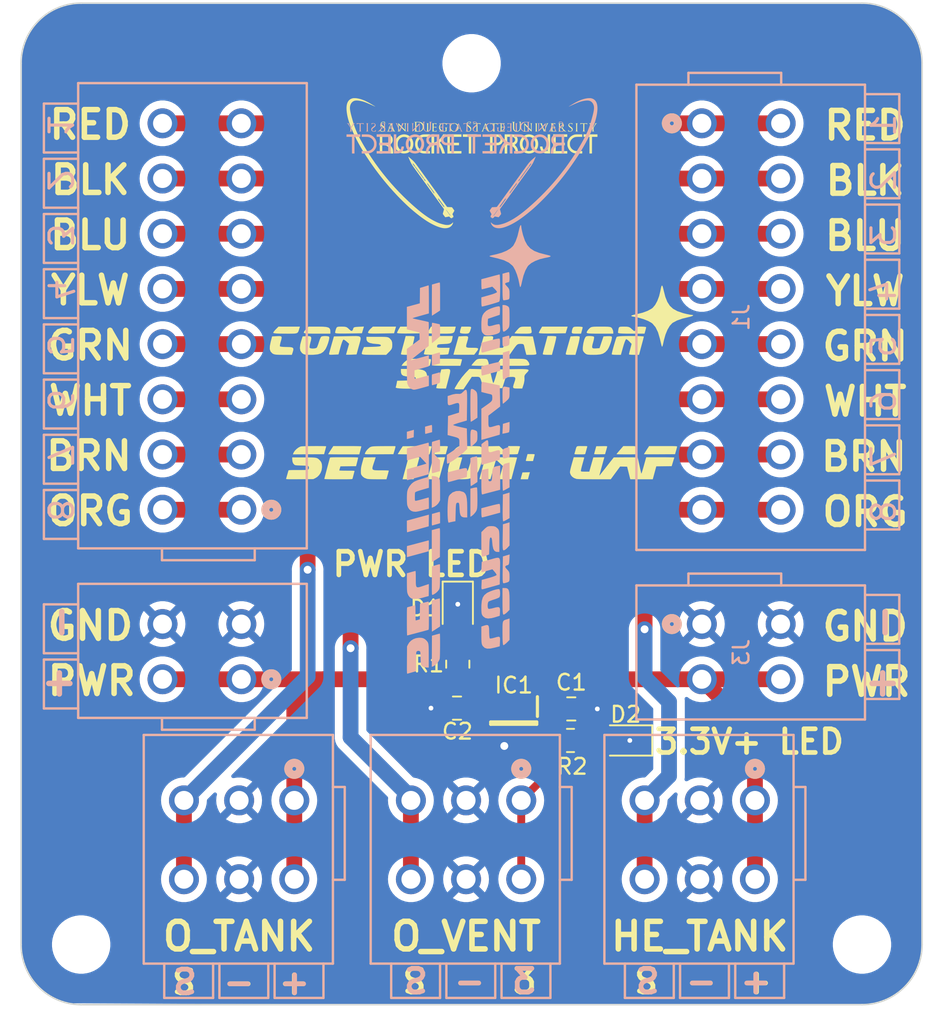
<source format=kicad_pcb>
(kicad_pcb (version 20240108) (generator "pcbnew") (generator_version "8.0")
  (layers (0 "F.Cu" signal) (31 "B.Cu" power) (34 "B.Paste" user) (35 "F.Paste" user) (36 "B.SilkS" user "B.Silkscreen") (37 "F.SilkS" user "F.Silkscreen") (38 "B.Mask" user) (39 "F.Mask" user) (44 "Edge.Cuts" user))
  (net 0 "")
  (net 1 "+3.3V")
  (net 2 "GND")
  (net 3 "VBUS")
  (net 4 "Net-(D1-A)")
  (net 5 "Net-(D2-A)")
  (net 6 "MOV")
  (net 7 "ENG_CHAMBER")
  (net 8 "MFV")
  (net 9 "O_VENT")
  (net 10 "F_TANK")
  (net 11 "HE_TANK")
  (net 12 "F_VENT")
  (net 13 "O_TANK")
  (net 14 "unconnected-(J2-2_1-Pad3)")
  (net 15 "unconnected-(J2-3_1-Pad5)")
  (net 16 "unconnected-(J2-1_1-Pad1)")
  (footprint "MountingHole:MountingHole_3.2mm_M3" (layer "F.Cu") (at 78.74 85.09)
    (property "Reference" "H2" (hide yes))
    (property "Value" "MountingHole")
    (pad "" np_thru_hole circle (at 0 0) (size 3.2 3.2) (drill 3.2) (layers "*.Cu" "*.Mask"))
  )
  (footprint "Resistor_SMD:R_0805_2012Metric" (layer "F.Cu") (at 53.1 67.3125 90)
    (property "Reference" "R1" (at 0 -1.85 0) (layer "F.SilkS"))
    (property "Value" "470")
    (pad "1" smd roundrect (at -0.9125 0 90) (size 1.025 1.4) (layers "F.Cu" "F.Paste" "F.Mask") (roundrect_rratio 0.243902) (net 3 "VBUS"))
    (pad "2" smd roundrect (at 0.9125 0 90) (size 1.025 1.4) (layers "F.Cu" "F.Paste" "F.Mask") (roundrect_rratio 0.243902) (net 4 "Net-(D1-A)"))
  )
  (footprint "SDSU RP:RP_Logo" (layer "F.Cu") (at 54 35.55)
    (property "Reference" "G***" (hide yes))
    (property "Value" "LOGO" (hide yes))
  )
  (footprint "TLV76033DBZR:SOT95P237X112-3N" (layer "F.Cu") (at 56.65 71.05 -90)
    (property "Reference" "IC1" (at -2.4 0 0) (layer "F.SilkS"))
    (property "Value" "TLV76033DBZR" (hide yes))
    (pad "1" smd rect (at -1.050001 -0.95) (size 0.6 1.25) (layers "F.Cu" "F.Paste" "F.Mask") (net 1 "+3.3V"))
    (pad "2" smd rect (at -1.050001 0.95) (size 0.6 1.25) (layers "F.Cu" "F.Paste" "F.Mask") (net 3 "VBUS"))
    (pad "3" smd rect (at 1.05 0) (size 0.6 1.25) (layers "F.Cu" "F.Paste" "F.Mask") (net 2 "GND"))
  )
  (footprint "Capacitor_SMD:C_0805_2012Metric" (layer "F.Cu") (at 53.05 70.1 180)
    (property "Reference" "C2" (at -0.025 -1.475 0) (layer "F.SilkS"))
    (property "Value" "0.1uF")
    (pad "1" smd roundrect (at -0.949999 0 180) (size 1 1.45) (layers "F.Cu" "F.Paste" "F.Mask") (net 3 "VBUS"))
    (pad "2" smd roundrect (at 0.949999 0 180) (size 1 1.45) (layers "F.Cu" "F.Paste" "F.Mask") (net 2 "GND"))
  )
  (footprint "MountingHole:MountingHole_3.2mm_M3" (layer "F.Cu") (at 29.21 85.09)
    (property "Reference" "H1" (hide yes))
    (property "Value" "MountingHole")
    (pad "" np_thru_hole circle (at 0 0) (size 3.2 3.2) (drill 3.2) (layers "*.Cu" "*.Mask"))
  )
  (footprint "Resistor_SMD:R_0805_2012Metric" (layer "F.Cu") (at 60.249998 72.15)
    (property "Reference" "R2" (at 0.100002 1.65 0) (layer "F.SilkS"))
    (property "Value" "75")
    (pad "1" smd roundrect (at -0.9125 0) (size 1.025 1.4) (layers "F.Cu" "F.Paste" "F.Mask") (roundrect_rratio 0.243902) (net 1 "+3.3V"))
    (pad "2" smd roundrect (at 0.9125 0) (size 1.025 1.4) (layers "F.Cu" "F.Paste" "F.Mask") (roundrect_rratio 0.243902) (net 5 "Net-(D2-A)"))
  )
  (footprint "LED_SMD:LED_0805_2012Metric" (layer "F.Cu") (at 53.1 63.7625 -90)
    (property "Reference" "D1" (at 0 2.05 0) (layer "F.SilkS"))
    (property "Value" "GREEN")
    (pad "1" smd roundrect (at -0.937501 0 270) (size 0.975 1.4) (layers "F.Cu" "F.Paste" "F.Mask") (net 2 "GND"))
    (pad "2" smd roundrect (at 0.937501 0 270) (size 0.975 1.4) (layers "F.Cu" "F.Paste" "F.Mask") (net 4 "Net-(D1-A)"))
  )
  (footprint "LOGO" (layer "F.Cu") (at 54.810222 46.307107)
    (property "Reference" "G***" (hide yes))
    (property "Value" "LOGO" (hide yes))
  )
  (footprint "LED_SMD:LED_0805_2012Metric" (layer "F.Cu") (at 63.749999 72.15 180)
    (property "Reference" "D2" (at 0 1.65 180) (layer "F.SilkS"))
    (property "Value" "RED")
    (pad "1" smd roundrect (at -0.937501 0 180) (size 0.975 1.4) (layers "F.Cu" "F.Paste" "F.Mask") (net 2 "GND"))
    (pad "2" smd roundrect (at 0.937501 0 180) (size 0.975 1.4) (layers "F.Cu" "F.Paste" "F.Mask") (net 5 "Net-(D2-A)"))
  )
  (footprint "Capacitor_SMD:C_0805_2012Metric" (layer "F.Cu") (at 60.299999 70.15)
    (property "Reference" "C1" (at 0 -1.679999 0) (layer "F.SilkS"))
    (property "Value" "0.1uF")
    (pad "1" smd roundrect (at -0.949999 0) (size 1 1.45) (layers "F.Cu" "F.Paste" "F.Mask") (net 1 "+3.3V"))
    (pad "2" smd roundrect (at 0.949999 0) (size 1 1.45) (layers "F.Cu" "F.Paste" "F.Mask") (net 2 "GND"))
  )
  (footprint "MountingHole:MountingHole_3.2mm_M3" (layer "F.Cu") (at 53.975 29.21)
    (property "Reference" "H3" (hide yes))
    (property "Value" "MountingHole")
    (pad "" np_thru_hole circle (at 0 0) (size 3.2 3.2) (drill 3.2) (layers "*.Cu" "*.Mask"))
  )
  (footprint "LOGO" (layer "F.Cu") (at 54.597414 54.557178)
    (property "Reference" "G***" (hide yes))
    (property "Value" "LOGO" (hide yes))
  )
  (footprint "Wago_2601_1102:CONN2_2601-1102_WAG" (layer "B.Cu") (at 68.58 64.77 -90)
    (property "Reference" "J3" (at 1.8 -2.5 90) (layer "B.SilkS") (effects (justify mirror)))
    (property "Value" "PWR IN")
    (pad "1" thru_hole circle (at 0 0 270) (size 1.9 1.9) (drill 1.2) (layers "*.Cu" "*.Mask") (net 2 "GND"))
    (pad "2" thru_hole circle (at 0 -5 270) (size 1.9 1.9) (drill 1.2) (layers "*.Cu" "*.Mask") (net 2 "GND"))
    (pad "3" thru_hole circle (at 3.5 0 270) (size 1.9 1.9) (drill 1.2) (layers "*.Cu" "*.Mask") (net 3 "VBUS"))
    (pad "4" thru_hole circle (at 3.5 -5 270) (size 1.9 1.9) (drill 1.2) (layers "*.Cu" "*.Mask") (net 3 "VBUS"))
  )
  (footprint "Wago_2601_1103:CONN3_2601-1103_WAG" (layer "B.Cu") (at 71.95 75.95 180)
    (property "Reference" "J7" (hide yes))
    (property "Value" "PT_2")
    (pad "1" thru_hole circle (at 0 0 180) (size 1.9 1.9) (drill 1.2) (layers "*.Cu" "*.Mask") (net 3 "VBUS"))
    (pad "2" thru_hole circle (at 0 -5 180) (size 1.9 1.9) (drill 1.2) (layers "*.Cu" "*.Mask") (net 3 "VBUS"))
    (pad "3" thru_hole circle (at 3.5 0 180) (size 1.9 1.9) (drill 1.2) (layers "*.Cu" "*.Mask") (net 2 "GND"))
    (pad "4" thru_hole circle (at 3.5 -5 180) (size 1.9 1.9) (drill 1.2) (layers "*.Cu" "*.Mask") (net 2 "GND"))
    (pad "5" thru_hole circle (at 7.000001 0 180) (size 1.9 1.9) (drill 1.2) (layers "*.Cu" "*.Mask") (net 11 "HE_TANK"))
    (pad "6" thru_hole circle (at 7.000001 -5 180) (size 1.9 1.9) (drill 1.2) (layers "*.Cu" "*.Mask") (net 11 "HE_TANK"))
  )
  (footprint "Wago_2601_1108:CONN8_2601-1108_WAG" (layer "B.Cu") (at 39.37 57.520005 90)
    (property "Reference" "J2" (hide yes))
    (property "Value" "SIGNAL_OUT")
    (pad "1" thru_hole circle (at 0 0 90) (size 1.9 1.9) (drill 1.2) (layers "*.Cu" "*.Mask") (net 16 "unconnected-(J2-1_1-Pad1)"))
    (pad "2" thru_hole circle (at 0 -5 90) (size 1.9 1.9) (drill 1.2) (layers "*.Cu" "*.Mask") (net 16 "unconnected-(J2-1_1-Pad1)"))
    (pad "3" thru_hole circle (at 3.5 0 90) (size 1.9 1.9) (drill 1.2) (layers "*.Cu" "*.Mask") (net 14 "unconnected-(J2-2_1-Pad3)"))
    (pad "4" thru_hole circle (at 3.500001 -4.999999 90) (size 1.9 1.9) (drill 1.2) (layers "*.Cu" "*.Mask") (net 14 "unconnected-(J2-2_1-Pad3)"))
    (pad "5" thru_hole circle (at 7.000002 0 90) (size 1.9 1.9) (drill 1.2) (layers "*.Cu" "*.Mask") (net 15 "unconnected-(J2-3_1-Pad5)"))
    (pad "6" thru_hole circle (at 7.000002 -5 90) (size 1.9 1.9) (drill 1.2) (layers "*.Cu" "*.Mask") (net 15 "unconnected-(J2-3_1-Pad5)"))
    (pad "7" thru_hole circle (at 10.500003 0 90) (size 1.9 1.9) (drill 1.2) (layers "*.Cu" "*.Mask") (net 12 "F_VENT"))
    (pad "8" thru_hole circle (at 10.500003 -5 90) (size 1.9 1.9) (drill 1.2) (layers "*.Cu" "*.Mask") (net 12 "F_VENT"))
    (pad "9" thru_hole circle (at 14.000003 0 90) (size 1.9 1.9) (drill 1.2) (layers "*.Cu" "*.Mask") (net 10 "F_TANK"))
    (pad "10" thru_hole circle (at 14.000003 -5 90) (size 1.9 1.9) (drill 1.2) (layers "*.Cu" "*.Mask") (net 10 "F_TANK"))
    (pad "11" thru_hole circle (at 17.500003 0 90) (size 1.9 1.9) (drill 1.2) (layers "*.Cu" "*.Mask") (net 8 "MFV"))
    (pad "12" thru_hole circle (at 17.500003 -5 90) (size 1.9 1.9) (drill 1.2) (layers "*.Cu" "*.Mask") (net 8 "MFV"))
    (pad "13" thru_hole circle (at 21.000004 0 90) (size 1.9 1.9) (drill 1.2) (layers "*.Cu" "*.Mask") (net 6 "MOV"))
    (pad "14" thru_hole circle (at 21.000004 -5 90) (size 1.9 1.9) (drill 1.2) (layers "*.Cu" "*.Mask") (net 6 "MOV"))
    (pad "15" thru_hole circle (at 24.500005 0 90) (size 1.9 1.9) (drill 1.2) (layers "*.Cu" "*.Mask") (net 7 "ENG_CHAMBER"))
    (pad "16" thru_hole circle (at 24.500005 -5 90) (size 1.9 1.9) (drill 1.2) (layers "*.Cu" "*.Mask") (net 7 "ENG_CHAMBER"))
  )
  (footprint "Wago_2601_1102:CONN2_2601-1102_WAG" (layer "B.Cu") (at 39.37 68.27 90)
    (property "Reference" "J4" (hide yes))
    (property "Value" "PWR IN")
    (pad "1" thru_hole circle (at 0 0 90) (size 1.9 1.9) (drill 1.2) (layers "*.Cu" "*.Mask") (net 3 "VBUS"))
    (pad "2" thru_hole circle (at 0 -5 90) (size 1.9 1.9) (drill 1.2) (layers "*.Cu" "*.Mask") (net 3 "VBUS"))
    (pad "3" thru_hole circle (at 3.5 0 90) (size 1.9 1.9) (drill 1.2) (layers "*.Cu" "*.Mask") (net 2 "GND"))
    (pad "4" thru_hole circle (at 3.5 -5 90) (size 1.9 1.9) (drill 1.2) (layers "*.Cu" "*.Mask") (net 2 "GND"))
  )
  (footprint "Wago_2601_1103:CONN3_2601-1103_WAG" (layer "B.Cu") (at 42.729209 75.95 180)
    (property "Reference" "J6" (hide yes))
    (property "Value" "PT_1")
    (pad "1" thru_hole circle (at 0 0 180) (size 1.9 1.9) (drill 1.2) (layers "*.Cu" "*.Mask") (net 3 "VBUS"))
    (pad "2" thru_hole circle (at 0 -5 180) (size 1.9 1.9) (drill 1.2) (layers "*.Cu" "*.Mask") (net 3 "VBUS"))
    (pad "3" thru_hole circle (at 3.5 0 180) (size 1.9 1.9) (drill 1.2) (layers "*.Cu" "*.Mask") (net 2 "GND"))
    (pad "4" thru_hole circle (at 3.5 -5 180) (size 1.9 1.9) (drill 1.2) (layers "*.Cu" "*.Mask") (net 2 "GND"))
    (pad "5" thru_hole circle (at 7.000001 0 180) (size 1.9 1.9) (drill 1.2) (layers "*.Cu" "*.Mask") (net 13 "O_TANK"))
    (pad "6" thru_hole circle (at 7.000001 -5 180) (size 1.9 1.9) (drill 1.2) (layers "*.Cu" "*.Mask") (net 13 "O_TANK"))
  )
  (footprint "LOGO" (layer "B.Cu") (at 55.986016 52.691485 90)
    (property "Reference" "G***" (hide yes))
    (property "Value" "LOGO" (hide yes))
  )
  (footprint "Wago_2601_1103:CONN3_2601-1103_WAG" (layer "B.Cu") (at 57.125 75.95 180)
    (property "Reference" "J5" (hide yes))
    (property "Value" "HALL_1")
    (pad "1" thru_hole circle (at 0 0 180) (size 1.9 1.9) (drill 1.2) (layers "*.Cu" "*.Mask") (net 1 "+3.3V"))
    (pad "2" thru_hole circle (at 0 -5 180) (size 1.9 1.9) (drill 1.2) (layers "*.Cu" "*.Mask") (net 1 "+3.3V"))
    (pad "3" thru_hole circle (at 3.5 0 180) (size 1.9 1.9) (drill 1.2) (layers "*.Cu" "*.Mask") (net 2 "GND"))
    (pad "4" thru_hole circle (at 3.5 -5 180) (size 1.9 1.9) (drill 1.2) (layers "*.Cu" "*.Mask") (net 2 "GND"))
    (pad "5" thru_hole circle (at 7.000001 0 180) (size 1.9 1.9) (drill 1.2) (layers "*.Cu" "*.Mask") (net 9 "O_VENT"))
    (pad "6" thru_hole circle (at 7.000001 -5 180) (size 1.9 1.9) (drill 1.2) (layers "*.Cu" "*.Mask") (net 9 "O_VENT"))
  )
  (footprint "SDSU RP:RP_Logo" (layer "B.Cu") (at 54 35.55 180)
    (property "Reference" "G***" (hide yes))
    (property "Value" "LOGO" (hide yes))
  )
  (footprint "LOGO" (layer "B.Cu") (at 50.902822 55.527586 90)
    (property "Reference" "G***" (hide yes))
    (property "Value" "LOGO" (hide yes))
  )
  (footprint "Wago_2601_1108:CONN8_2601-1108_WAG" (layer "B.Cu") (at 68.58 33.02 -90)
    (property "Reference" "J1" (at 12.300001 -2.5 90) (layer "B.SilkS") (effects (justify mirror)))
    (property "Value" "SIGNAL_OUT")
    (pad "1" thru_hole circle (at 0 0 270) (size 1.9 1.9) (drill 1.2) (layers "*.Cu" "*.Mask") (net 7 "ENG_CHAMBER"))
    (pad "2" thru_hole circle (at 0 -5 270) (size 1.9 1.9) (drill 1.2) (layers "*.Cu" "*.Mask") (net 7 "ENG_CHAMBER"))
    (pad "3" thru_hole circle (at 3.5 0 270) (size 1.9 1.9) (drill 1.2) (layers "*.Cu" "*.Mask") (net 6 "MOV"))
    (pad "4" thru_hole circle (at 3.500001 -4.999999 270) (size 1.9 1.9) (drill 1.2) (layers "*.Cu" "*.Mask") (net 6 "MOV"))
    (pad "5" thru_hole circle (at 7.000002 0 270) (size 1.9 1.9) (drill 1.2) (layers "*.Cu" "*.Mask") (net 8 "MFV"))
    (pad "6" thru_hole circle (at 7.000002 -5 270) (size 1.9 1.9) (drill 1.2) (layers "*.Cu" "*.Mask") (net 8 "MFV"))
    (pad "7" thru_hole circle (at 10.500003 0 270) (size 1.9 1.9) (drill 1.2) (layers "*.Cu" "*.Mask") (net 10 "F_TANK"))
    (pad "8" thru_hole circle (at 10.500003 -5 270) (size 1.9 1.9) (drill 1.2) (layers "*.Cu" "*.Mask") (net 10 "F_TANK"))
    (pad "9" thru_hole circle (at 14.000003 0 270) (size 1.9 1.9) (drill 1.2) (layers "*.Cu" "*.Mask") (net 12 "F_VENT"))
    (pad "10" thru_hole circle (at 14.000003 -5 270) (size 1.9 1.9) (drill 1.2) (layers "*.Cu" "*.Mask") (net 12 "F_VENT"))
    (pad "11" thru_hole circle (at 17.500003 0 270) (size 1.9 1.9) (drill 1.2) (layers "*.Cu" "*.Mask") (net 13 "O_TANK"))
    (pad "12" thru_hole circle (at 17.500003 -5 270) (size 1.9 1.9) (drill 1.2) (layers "*.Cu" "*.Mask") (net 13 "O_TANK"))
    (pad "13" thru_hole circle (at 21.000004 0 270) (size 1.9 1.9) (drill 1.2) (layers "*.Cu" "*.Mask") (net 9 "O_VENT"))
    (pad "14" thru_hole circle (at 21.000004 -5 270) (size 1.9 1.9) (drill 1.2) (layers "*.Cu" "*.Mask") (net 9 "O_VENT"))
    (pad "15" thru_hole circle (at 24.500005 0 270) (size 1.9 1.9) (drill 1.2) (layers "*.Cu" "*.Mask") (net 11 "HE_TANK"))
    (pad "16" thru_hole circle (at 24.500005 -5 270) (size 1.9 1.9) (drill 1.2) (layers "*.Cu" "*.Mask") (net 11 "HE_TANK"))
  )
  (gr_line (start 25.4 85.09) (end 25.4 29.21) (stroke (width 0.1)) (layer "Edge.Cuts"))
  (gr_arc (start 29.21 88.9) (mid 26.515923 87.784077) (end 25.4 85.09) (stroke (width 0.1)) (layer "Edge.Cuts"))
  (gr_arc (start 82.55 85.09) (mid 81.434077 87.784077) (end 78.74 88.9) (stroke (width 0.1)) (layer "Edge.Cuts"))
  (gr_arc (start 25.4 29.21) (mid 26.515923 26.515923) (end 29.21 25.4) (stroke (width 0.1)) (layer "Edge.Cuts"))
  (gr_line (start 78.74 88.9) (end 29.21 88.9) (stroke (width 0.1)) (layer "Edge.Cuts"))
  (gr_line (start 82.55 29.21) (end 82.55 85.09) (stroke (width 0.1)) (layer "Edge.Cuts"))
  (gr_arc (start 78.74 25.4) (mid 81.434077 26.515923) (end 82.55 29.21) (stroke (width 0.1)) (layer "Edge.Cuts"))
  (gr_line (start 29.21 25.4) (end 78.74 25.4) (stroke (width 0.1)) (layer "Edge.Cuts"))
  (gr_text "3" (at 57.3 88.3 -0) (layer "B.SilkS") (effects (font (size 1.5 1.5) (thickness 0.3) (bold yes)) (justify bottom mirror)))
  (gr_text "1" (at 81 32.3 90) (layer "B.SilkS") (effects (font (size 1.5 1.5) (thickness 0.2)) (justify left bottom mirror)))
  (gr_text "7" (at 26.975 54.91071 -90) (layer "B.SilkS") (effects (font (size 1.5 1.5) (thickness 0.2)) (justify left bottom mirror)))
  (gr_text "5" (at 81 46.300004 90) (layer "B.SilkS") (effects (font (size 1.5 1.5) (thickness 0.2)) (justify left bottom mirror)))
  (gr_text "6" (at 26.975 51.421425 -90) (layer "B.SilkS") (effects (font (size 1.5 1.5) (thickness 0.2)) (justify left bottom mirror)))
  (gr_text "8" (at 26.975 58.4 -90) (layer "B.SilkS") (effects (font (size 1.5 1.5) (thickness 0.2)) (justify left bottom mirror)))
  (gr_text "+" (at 42.75 88.35 0) (layer "B.SilkS") (effects (font (size 1.5 1.5) (thickness 0.3) (bold yes)) (justify bottom mirror)))
  (gr_text "4" (at 26.975 44.442855 -90) (layer "B.SilkS") (effects (font (size 1.5 1.5) (thickness 0.2)) (justify left bottom mirror)))
  (gr_text "1" (at 26.975 33.975 -90) (layer "B.SilkS") (effects (font (size 1.5 1.5) (thickness 0.2)) (justify left bottom mirror)))
  (gr_text "S" (at 50.45 88.3 -0) (layer "B.SilkS") (effects (font (size 1.5 1.5) (thickness 0.3) (bold yes)) (justify bottom mirror)))
  (gr_text "-" (at 39.200001 88.35 -0) (layer "B.SilkS") (effects (font (size 1.5 1.5) (thickness 0.3) (bold yes)) (justify bottom mirror)))
  (gr_text "3" (at 26.975 40.95357 -90) (layer "B.SilkS") (effects (font (size 1.5 1.5) (thickness 0.2)) (justify left bottom mirror)))
  (gr_text "-" (at 28.879999 63.336667 90) (layer "B.SilkS") (effects (font (size 1.75 1.75) (thickness 0.35) (bold yes)) (justify left bottom mirror)))
  (gr_text "+" (at 71.999999 88.3 0) (layer "B.SilkS") (effects (font (size 1.5 1.5) (thickness 0.3) (bold yes)) (justify bottom mirror)))
  (gr_text "-" (at 53.850001 88.3 -0) (layer "B.SilkS") (effects (font (size 1.5 1.5) (thickness 0.3) (bold yes)) (justify bottom mirror)))
  (gr_text "+" (at 80.05 69.432 0) (layer "B.SilkS") (effects (font (size 1.75 1.75) (thickness 0.35) (bold yes)) (justify bottom mirror)))
  (gr_text "6" (at 81 49.800005 90) (layer "B.SilkS") (effects (font (size 1.5 1.5) (thickness 0.2)) (justify left bottom mirror)))
  (gr_text "5" (at 26.975 47.93214 -90) (layer "B.SilkS") (effects (font (size 1.5 1.5) (thickness 0.2)) (justify left bottom mirror)))
  (gr_text "8" (at 81 56.800005 90) (layer "B.SilkS") (effects (font (size 1.5 1.5) (thickness 0.2)) (justify left bottom mirror)))
  (gr_text "+" (at 27.825 69.432 0) (layer "B.SilkS") (effects (font (size 1.75 1.75) (thickness 0.35) (bold yes)) (justify bottom mirror)))
  (gr_text "-" (at 68.55 88.3 -0) (layer "B.SilkS") (effects (font (size 1.5 1.5) (thickness 0.3) (bold yes)) (justify bottom mirror)))
  (gr_text "3" (at 81 39.300005 90) (layer "B.SilkS") (effects (font (size 1.5 1.5) (thickness 0.2)) (justify left bottom mirror)))
  (gr_text "2" (at 26.975 37.464285 -90) (layer "B.SilkS") (effects (font (size 1.5 1.5) (thickness 0.2)) (justify left bottom mirror)))
  (gr_text "-" (at 81.104999 63.336667 90) (layer "B.SilkS") (effects (font (size 1.75 1.75) (thickness 0.35) (bold yes)) (justify left bottom mirror)))
  (gr_text "S" (at 65.149999 88.3 -0) (layer "B.SilkS") (effects (font (size 1.5 1.5) (thickness 0.3) (bold yes)) (justify bottom mirror)))
  (gr_text "4" (at 81 42.800005 90) (layer "B.SilkS") (effects (font (size 1.5 1.5) (thickness 0.2)) (justify left bottom mirror)))
  (gr_text "S" (at 35.8 88.35 -0) (layer "B.SilkS") (effects (font (size 1.5 1.5) (thickness 0.3) (bold yes)) (justify bottom mirror)))
  (gr_text "2" (at 81 35.800005 90) (layer "B.SilkS") (effects (font (size 1.5 1.5) (thickness 0.2)) (justify left bottom mirror)))
  (gr_text "7" (at 81 53.300005 90) (layer "B.SilkS") (effects (font (size 1.5 1.5) (thickness 0.2)) (justify left bottom mirror)))
  (gr_text "RED" (at 76.166667 34.182 0) (layer "F.SilkS") (effects (font (size 1.75 1.75) (thickness 0.35) (bold yes)) (justify left bottom)))
  (gr_text "3" (at 57.35 88.3 0) (layer "F.SilkS") (effects (font (size 1.5 1.5) (thickness 0.3) (bold yes)) (justify bottom)))
  (gr_text "YLW" (at 27.1 44.632 0) (layer "F.SilkS") (effects (font (size 1.75 1.75) (thickness 0.35) (bold yes)) (justify left bottom)))
  (gr_text "GRN" (at 26.891667 48.132 0) (layer "F.SilkS") (effects (font (size 1.75 1.75) (thickness 0.35) (bold yes)) (justify left bottom)))
  (gr_text "ORG" (at 26.891667 58.632005 0) (layer "F.SilkS") (effects (font (size 1.75 1.75) (thickness 0.35) (bold yes)) (justify left bottom)))
  (gr_text "BRN" (at 75.958333 55.182 0) (layer "F.SilkS") (effects (font (size 1.75 1.75) (thickness 0.35) (bold yes)) (justify left bottom)))
  (gr_text "BLK" (at 76.25 37.682 0) (layer "F.SilkS") (effects (font (size 1.75 1.75) (thickness 0.35) (bold yes)) (justify left bottom)))
  (gr_text "HE_TANK" (at 68.45 85.6 0) (layer "F.SilkS") (effects (font (size 1.75 1.75) (thickness 0.35) (bold yes)) (justify bottom)))
  (gr_text "+" (at 42.729209 88.35 0) (layer "F.SilkS") (effects (font (size 1.5 1.5) (thickness 0.3) (bold yes)) (justify bottom)))
  (gr_text "PWR LED" (at 45 61.85 0) (layer "F.SilkS") (effects (font (size 1.5 1.5) (thickness 0.3) (bold yes)) (justify left bottom)))
  (gr_text "S" (at 35.729208 88.35 0) (layer "F.SilkS") (effects (font (size 1.5 1.5) (thickness 0.3) (bold yes)) (justify bottom)))
  (gr_text "O_TANK" (at 39.229209 85.6 0) (layer "F.SilkS") (effects (font (size 1.75 1.75) (thickness 0.35) (bold yes)) (justify bottom)))
  (gr_text "-" (at 39.229209 88.35 0) (layer "F.SilkS") (effects (font (size 1.5 1.5) (thickness 0.3) (bold yes)) (justify bottom)))
  (gr_text "S" (at 65.049999 88.3 0) (layer "F.SilkS") (effects (font (size 1.5 1.5) (thickness 0.3) (bold yes)) (justify bottom)))
  (gr_text "BLU" (at 76.208333 41.182 0) (layer "F.SilkS") (effects (font (size 1.75 1.75) (thickness 0.35) (bold yes)) (justify left bottom)))
  (gr_text "PWR" (at 26.9 69.4 0) (layer "F.SilkS") (effects (font (size 1.75 1.75) (thickness 0.35) (bold yes)) (justify left bottom)))
  (gr_text "YLW" (at 76.25 44.682 0) (layer "F.SilkS") (effects (font (size 1.75 1.75) (thickness 0.35) (bold yes)) (justify left bottom)))
  (gr_text "PWR" (at 76.05 69.45 0) (layer "F.SilkS") (effects (font (size 1.75 1.75) (thickness 0.35) (bold yes)) (justify left bottom)))
  (gr_text "S" (at 50.349999 88.3 0) (layer "F.SilkS") (effects (font (size 1.5 1.5) (thickness 0.3) (bold yes)) (justify bottom)))
  (gr_text "ORG" (at 76.041667 58.682005 0) (layer "F.SilkS") (effects (font (size 1.75 1.75) (thickness 0.35) (bold yes)) (justify left bottom)))
  (gr_text "WHT" (at 26.975 51.632 0) (layer "F.SilkS") (effects (font (size 1.75 1.75) (thickness 0.35) (bold yes)) (justify left bottom)))
  (gr_text "RED" (at 27.016667 34.132 0) (layer "F.SilkS") (effects (font (size 1.75 1.75) (thickness 0.35) (bold yes)) (justify left bottom)))
  (gr_text "+" (at 72.05 88.3 0) (layer "F.SilkS") (effects (font (size 1.5 1.5) (thickness 0.3) (bold yes)) (justify bottom)))
  (gr_text "3.3V+ LED" (at 65.434998 73.11 0) (layer "F.SilkS") (effects (font (size 1.5 1.5) (thickness 0.3) (bold yes)) (justify left bottom)))
  (gr_text "-" (at 68.55 88.3 0) (layer "F.SilkS") (effects (font (size 1.5 1.5) (thickness 0.3) (bold yes)) (justify bottom)))
  (gr_text "-" (at 53.85 88.3 0) (layer "F.SilkS") (effects (font (size 1.5 1.5) (thickness 0.3) (bold yes)) (justify bottom)))
  (gr_text "O_VENT" (at 53.625 85.6 0) (layer "F.SilkS") (effects (font (size 1.75 1.75) (thickness 0.35) (bold yes)) (justify bottom)))
  (gr_text "BRN" (at 26.808333 55.132 0) (layer "F.SilkS") (effects (font (size 1.75 1.75) (thickness 0.35) (bold yes)) (justify left bottom)))
  (gr_text "GND" (at 26.9 65.9 0) (layer "F.SilkS") (effects (font (size 1.75 1.75) (thickness 0.35) (bold yes)) (justify left bottom)))
  (gr_text "GND" (at 76.05 65.95 0) (layer "F.SilkS") (effects (font (size 1.75 1.75) (thickness 0.35) (bold yes)) (justify left bottom)))
  (gr_text "BLK" (at 27.1 37.632 0) (layer "F.SilkS") (effects (font (size 1.75 1.75) (thickness 0.35) (bold yes)) (justify left bottom)))
  (gr_text "GRN" (at 76.041667 48.182 0) (layer "F.SilkS") (effects (font (size 1.75 1.75) (thickness 0.35) (bold yes)) (justify left bottom)))
  (gr_text "BLU" (at 27.058333 41.132 0) (layer "F.SilkS") (effects (font (size 1.75 1.75) (thickness 0.35) (bold yes)) (justify left bottom)))
  (gr_text "WHT" (at 76.125 51.682 0) (layer "F.SilkS") (effects (font (size 1.75 1.75) (thickness 0.35) (bold yes)) (justify left bottom)))
  (segment (start 59.199999 69.999999) (end 59.35 70.15) (width 0.5) (layer "F.Cu") (net 1))
  (segment (start 59.35 70.15) (end 59.35 72.137498) (width 0.5) (layer "F.Cu") (net 1))
  (segment (start 57.125 75.95) (end 57.125 80.95) (width 0.5) (layer "F.Cu") (net 1))
  (segment (start 59.35 72.137498) (end 59.337498 72.15) (width 0.5) (layer "F.Cu") (net 1))
  (segment (start 59.337498 72.15) (end 59.337498 73.737502) (width 0.5) (layer "F.Cu") (net 1))
  (segment (start 59.337498 73.737502) (end 57.125 75.95) (width 0.5) (layer "F.Cu") (net 1))
  (segment (start 57.6 69.999999) (end 59.199999 69.999999) (width 0.5) (layer "F.Cu") (net 1))
  (segment (start 64.687501 72.15) (end 64.012499 72.15) (width 0.5) (layer "F.Cu") (net 2))
  (segment (start 61.249998 70.15) (end 61.95 70.15) (width 0.5) (layer "F.Cu") (net 2))
  (segment (start 56.65 72.1) (end 56.45 72.1) (width 0.75) (layer "F.Cu") (net 2))
  (segment (start 52.100001 70.1) (end 51.4 70.1) (width 0.5) (layer "F.Cu") (net 2))
  (segment (start 56.45 72.1) (end 56.05 72.5) (width 0.75) (layer "F.Cu") (net 2))
  (segment (start 53.1 62.824999) (end 53.1 63.5125) (width 0.5) (layer "F.Cu") (net 2))
  (via (at 61.95 70.15) (size 0.7) (drill 0.3) (layers "F.Cu" "B.Cu") (net 2))
  (via (at 64.012499 72.15) (size 0.7) (drill 0.3) (layers "F.Cu" "B.Cu") (net 2))
  (via (at 56.05 72.5) (size 1) (drill 0.5) (layers "F.Cu" "B.Cu") (net 2))
  (via (at 51.4 70.1) (size 0.7) (drill 0.3) (layers "F.Cu" "B.Cu") (net 2))
  (via (at 53.1 63.5125) (size 0.7) (drill 0.3) (layers "F.Cu" "B.Cu") (net 2))
  (segment (start 53.999999 70.1) (end 53.999999 69.124999) (width 0.5) (layer "F.Cu") (net 3))
  (segment (start 44.6 68.27) (end 34.37 68.27) (width 1) (layer "F.Cu") (net 3))
  (segment (start 42.729209 70.140791) (end 44.6 68.27) (width 1) (layer "F.Cu") (net 3))
  (segment (start 42.729209 75.95) (end 42.729209 70.140791) (width 1) (layer "F.Cu") (net 3))
  (segment (start 53.999999 70.1) (end 55.599999 70.1) (width 0.5) (layer "F.Cu") (net 3))
  (segment (start 68.58 68.27) (end 73.58 68.27) (width 1) (layer "F.Cu") (net 3))
  (segment (start 71.95 71.64) (end 71.95 75.95) (width 1) (layer "F.Cu") (net 3))
  (segment (start 68.58 68.27) (end 44.6 68.27) (width 1) (layer "F.Cu") (net 3))
  (segment (start 68.58 68.27) (end 71.95 71.64) (width 1) (layer "F.Cu") (net 3))
  (segment (start 42.729209 75.95) (end 42.729209 80.95) (width 1) (layer "F.Cu") (net 3))
  (segment (start 71.95 75.95) (end 71.95 80.95) (width 1) (layer "F.Cu") (net 3))
  (segment (start 53.999999 69.124999) (end 53.1 68.225) (width 0.5) (layer "F.Cu") (net 3))
  (segment (start 55.599999 70.1) (end 55.7 69.999999) (width 0.5) (layer "F.Cu") (net 3))
  (segment (start 53.1 66.4) (end 53.1 64.700001) (width 0.5) (layer "F.Cu") (net 4))
  (segment (start 61.162498 72.15) (end 62.812498 72.15) (width 0.5) (layer "F.Cu") (net 5))
  (segment (start 73.579999 36.520001) (end 34.37 36.520001) (width 1) (layer "F.Cu") (net 6))
  (segment (start 34.37 33.02) (end 73.58 33.02) (width 1) (layer "F.Cu") (net 7))
  (segment (start 34.37 40.020002) (end 73.58 40.020002) (width 1) (layer "F.Cu") (net 8))
  (segment (start 68.58 54.020004) (end 53.379996 54.020004) (width 1) (layer "F.Cu") (net 9))
  (segment (start 68.58 54.020004) (end 73.58 54.020004) (width 1) (layer "F.Cu") (net 9))
  (segment (start 46.3 61.1) (end 46.3 66.3) (width 1) (layer "F.Cu") (net 9))
  (segment (start 50.124999 75.95) (end 50.124999 80.95) (width 1) (layer "F.Cu") (net 9))
  (segment (start 53.379996 54.020004) (end 46.3 61.1) (width 1) (layer "F.Cu") (net 9))
  (via (at 46.3 66.3) (size 1) (drill 0.5) (layers "F.Cu" "B.Cu") (net 9))
  (segment (start 46.3 71.95) (end 50.124999 75.774999) (width 1) (layer "B.Cu") (net 9))
  (segment (start 50.124999 75.774999) (end 50.124999 75.95) (width 1) (layer "B.Cu") (net 9))
  (segment (start 46.3 66.3) (end 46.3 71.95) (width 1) (layer "B.Cu") (net 9))
  (segment (start 34.370001 43.520003) (end 34.37 43.520002) (width 1) (layer "F.Cu") (net 10))
  (segment (start 73.58 43.520003) (end 34.370001 43.520003) (width 1) (layer "F.Cu") (net 10))
  (segment (start 64.949999 75.95) (end 64.949999 80.95) (width 1) (layer "F.Cu") (net 11))
  (segment (start 64.95 58.825) (end 66.254995 57.520005) (width 1) (layer "F.Cu") (net 11))
  (segment (start 66.254995 57.520005) (end 68.58 57.520005) (width 1) (layer "F.Cu") (net 11))
  (segment (start 68.58 57.520005) (end 73.58 57.520005) (width 1) (layer "F.Cu") (net 11))
  (segment (start 64.95 65.1) (end 64.95 58.825) (width 1) (layer "F.Cu") (net 11))
  (via (at 64.95 65.1) (size 1) (drill 0.5) (layers "F.Cu" "B.Cu") (net 11))
  (segment (start 64.95 65.1) (end 64.95 68.149998) (width 1) (layer "B.Cu") (net 11))
  (segment (start 66.5 69.699998) (end 66.5 74.399999) (width 1) (layer "B.Cu") (net 11))
  (segment (start 66.5 74.399999) (end 64.949999 75.95) (width 1) (layer "B.Cu") (net 11))
  (segment (start 64.95 68.149998) (end 66.5 69.699998) (width 1) (layer "B.Cu") (net 11))
  (segment (start 34.37 47.020002) (end 73.579999 47.020002) (width 1) (layer "F.Cu") (net 12))
  (segment (start 73.579999 47.020002) (end 73.58 47.020003) (width 1) (layer "F.Cu") (net 12))
  (segment (start 51.604997 50.520003) (end 68.58 50.520003) (width 1) (layer "F.Cu") (net 13))
  (segment (start 73.58 50.520003) (end 68.58 50.520003) (width 1) (layer "F.Cu") (net 13))
  (segment (start 43.575 58.55) (end 51.604997 50.520003) (width 1) (layer "F.Cu") (net 13))
  (segment (start 35.729208 80.95) (end 35.729208 75.95) (width 1) (layer "F.Cu") (net 13))
  (segment (start 43.575 61.325) (end 43.575 58.55) (width 1) (layer "F.Cu") (net 13))
  (via (at 43.575 61.325) (size 1) (drill 0.5) (layers "F.Cu" "B.Cu") (net 13))
  (segment (start 43.575 68.104208) (end 35.729208 75.95) (width 1) (layer "B.Cu") (net 13))
  (segment (start 43.575 61.325) (end 43.575 68.104208) (width 1) (layer "B.Cu") (net 13))
  (segment (start 34.370001 54.020004) (end 39.369999 54.020004) (width 1) (layer "F.Cu") (net 14))
  (segment (start 39.369999 54.020004) (end 39.37 54.020005) (width 1) (layer "F.Cu") (net 14))
  (segment (start 39.37 50.520003) (end 34.37 50.520003) (width 1) (layer "F.Cu") (net 15))
  (segment (start 39.37 57.520005) (end 34.37 57.520005) (width 1) (layer "F.Cu") (net 16))
  (zone (net 2) (net_name "GND") (layer "B.Cu") (connect_pads (clearance 0.5)) (min_thickness 0.25) (fill yes (thermal_gap 0.5) (thermal_bridge_width 0.5))
    (polygon (pts (xy 25.4 88.8) (xy 25.35 25.2) (xy 82.5 25.4) (xy 82.6 89.05)))
  )
)
</source>
